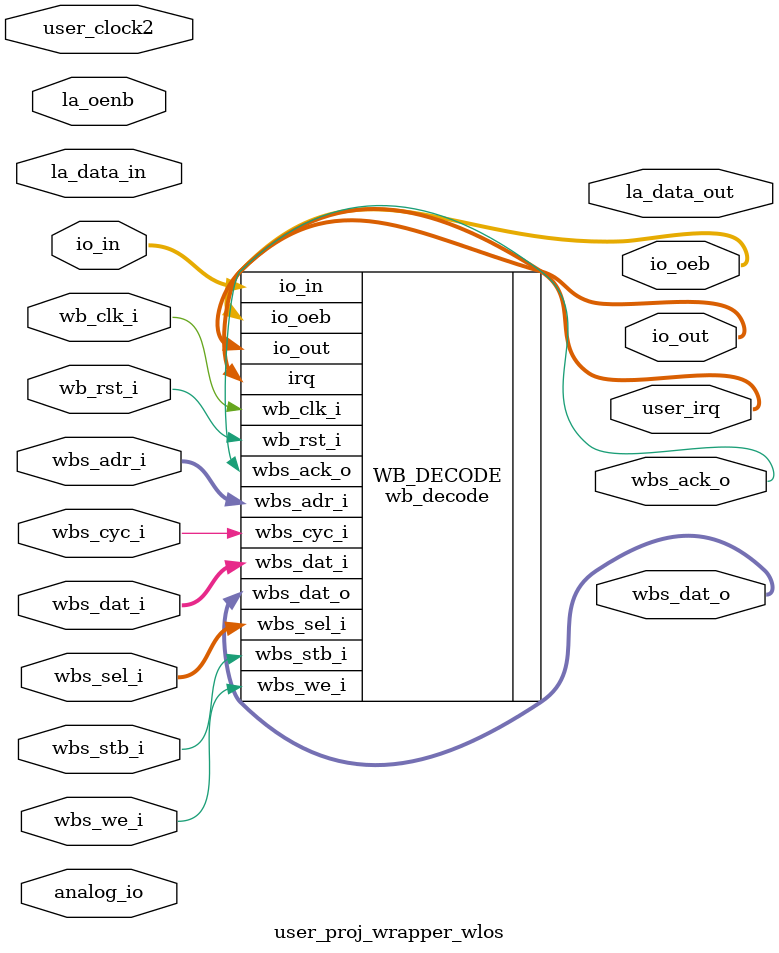
<source format=v>
`default_nettype wire
/*
 *-------------------------------------------------------------
 *
 * user_project_wrapper
 *
 * This wrapper enumerates all of the pins available to the
 * user for the user project.
 *
 * An example user project is provided in this wrapper.  The
 * example should be removed and replaced with the actual
 * user project.
 *
 *-------------------------------------------------------------
 */

module user_proj_wrapper_wlos #(
    parameter BITS = 32,
    parameter MPRJ_IO_PADS = 38
) (
    // Wishbone Slave ports (WB MI A)
    input         wb_clk_i,
    input         wb_rst_i,
    input         wbs_stb_i,
    input         wbs_cyc_i,
    input         wbs_we_i,
    input  [3:0]  wbs_sel_i,
    input  [31:0] wbs_dat_i,
    input  [31:0] wbs_adr_i,
    output        wbs_ack_o,
    output [31:0] wbs_dat_o,

    // Logic Analyzer Signals
    input  [127:0] la_data_in,
    output [127:0] la_data_out,
    input  [127:0] la_oenb,

    // IOs
    input  [MPRJ_IO_PADS-1:0] io_in,
    output [MPRJ_IO_PADS-1:0] io_out,
    output [MPRJ_IO_PADS-1:0] io_oeb,

    inout  [MPRJ_IO_PADS-10:0] analog_io,

    // Independent clock (on independent integer divider)
    input   user_clock2,

    // User maskable interrupt signals
    output [2:0] user_irq
    );

/*---------------------------------------*/
/* Wishbone decode is instantiated  here */
/*---------------------------------------*/

    wb_decode WB_DECODE (
        .wb_clk_i(wb_clk_i),
        .wb_rst_i(wb_rst_i),

        // MGMT SoC Wishbone Slave
        .wbs_cyc_i(wbs_cyc_i),
        .wbs_stb_i(wbs_stb_i),
        .wbs_we_i(wbs_we_i),
        .wbs_sel_i(wbs_sel_i),
        .wbs_adr_i(wbs_adr_i),
        .wbs_dat_i(wbs_dat_i),
        .wbs_ack_o(wbs_ack_o),
        .wbs_dat_o(wbs_dat_o),

        // IO Pads
        .io_in (io_in),
        .io_out(io_out),
        .io_oeb(io_oeb),

        // IRQ
        .irq(user_irq)
    );


endmodule	// user_project_wrapper

`default_nettype wire

</source>
